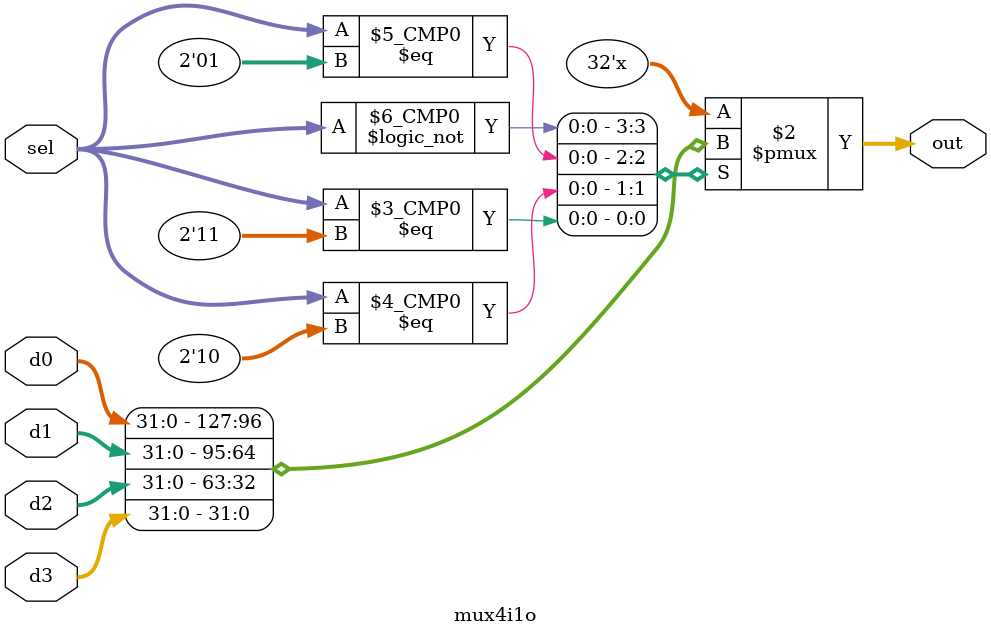
<source format=v>
module mux4i1o #(
    parameter DATA_WIDTH = 32
)(
    input   wire[DATA_WIDTH-1:0]    d0, d1, d2, d3, //数据输入
    input   wire[1:0]               sel,            //选择信号
    output  reg[DATA_WIDTH-1:0]     out             //数据输出
);

always @(sel) begin
    case(sel)                       //选择输出信号
        2'b00: out = d0;
        2'b01: out = d1;
        2'b10: out = d2;
        2'b11: out = d3;
        default: out = 32'bx;
    endcase
end

endmodule
</source>
